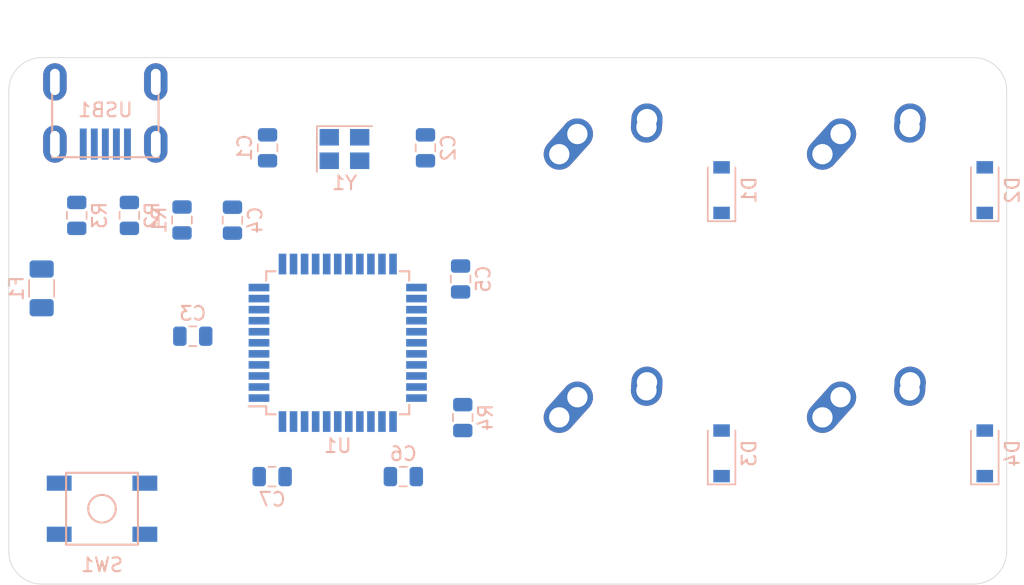
<source format=kicad_pcb>
(kicad_pcb (version 20171130) (host pcbnew "(5.1.4)-1")

  (general
    (thickness 1.6)
    (drawings 8)
    (tracks 0)
    (zones 0)
    (modules 24)
    (nets 49)
  )

  (page A4)
  (layers
    (0 F.Cu signal)
    (31 B.Cu signal)
    (32 B.Adhes user)
    (33 F.Adhes user)
    (34 B.Paste user)
    (35 F.Paste user)
    (36 B.SilkS user)
    (37 F.SilkS user)
    (38 B.Mask user)
    (39 F.Mask user)
    (40 Dwgs.User user)
    (41 Cmts.User user)
    (42 Eco1.User user)
    (43 Eco2.User user)
    (44 Edge.Cuts user)
    (45 Margin user)
    (46 B.CrtYd user)
    (47 F.CrtYd user)
    (48 B.Fab user)
    (49 F.Fab user)
  )

  (setup
    (last_trace_width 0.25)
    (trace_clearance 0.2)
    (zone_clearance 0.508)
    (zone_45_only no)
    (trace_min 0.2)
    (via_size 0.8)
    (via_drill 0.4)
    (via_min_size 0.4)
    (via_min_drill 0.3)
    (uvia_size 0.3)
    (uvia_drill 0.1)
    (uvias_allowed no)
    (uvia_min_size 0.2)
    (uvia_min_drill 0.1)
    (edge_width 0.05)
    (segment_width 0.2)
    (pcb_text_width 0.3)
    (pcb_text_size 1.5 1.5)
    (mod_edge_width 0.12)
    (mod_text_size 1 1)
    (mod_text_width 0.15)
    (pad_size 1.524 1.524)
    (pad_drill 0.762)
    (pad_to_mask_clearance 0.051)
    (solder_mask_min_width 0.25)
    (aux_axis_origin 0 0)
    (visible_elements FFFFFF7F)
    (pcbplotparams
      (layerselection 0x010fc_ffffffff)
      (usegerberextensions false)
      (usegerberattributes false)
      (usegerberadvancedattributes false)
      (creategerberjobfile false)
      (excludeedgelayer true)
      (linewidth 0.100000)
      (plotframeref false)
      (viasonmask false)
      (mode 1)
      (useauxorigin false)
      (hpglpennumber 1)
      (hpglpenspeed 20)
      (hpglpendiameter 15.000000)
      (psnegative false)
      (psa4output false)
      (plotreference true)
      (plotvalue true)
      (plotinvisibletext false)
      (padsonsilk false)
      (subtractmaskfromsilk false)
      (outputformat 1)
      (mirror false)
      (drillshape 1)
      (scaleselection 1)
      (outputdirectory ""))
  )

  (net 0 "")
  (net 1 GND)
  (net 2 "Net-(C1-Pad1)")
  (net 3 "Net-(C2-Pad1)")
  (net 4 "Net-(C3-Pad1)")
  (net 5 +5V)
  (net 6 "Net-(D1-Pad2)")
  (net 7 ROW0)
  (net 8 "Net-(D2-Pad2)")
  (net 9 "Net-(D3-Pad2)")
  (net 10 ROW1)
  (net 11 "Net-(D4-Pad2)")
  (net 12 VCC)
  (net 13 COL0)
  (net 14 COL1)
  (net 15 "Net-(R1-Pad1)")
  (net 16 D+)
  (net 17 "Net-(R2-Pad1)")
  (net 18 D-)
  (net 19 "Net-(R3-Pad1)")
  (net 20 "Net-(R4-Pad2)")
  (net 21 "Net-(U1-Pad42)")
  (net 22 "Net-(U1-Pad41)")
  (net 23 "Net-(U1-Pad40)")
  (net 24 "Net-(U1-Pad39)")
  (net 25 "Net-(U1-Pad38)")
  (net 26 "Net-(U1-Pad37)")
  (net 27 "Net-(U1-Pad36)")
  (net 28 "Net-(U1-Pad32)")
  (net 29 "Net-(U1-Pad31)")
  (net 30 "Net-(U1-Pad30)")
  (net 31 "Net-(U1-Pad29)")
  (net 32 "Net-(U1-Pad28)")
  (net 33 "Net-(U1-Pad27)")
  (net 34 "Net-(U1-Pad26)")
  (net 35 "Net-(U1-Pad25)")
  (net 36 "Net-(U1-Pad22)")
  (net 37 "Net-(U1-Pad21)")
  (net 38 "Net-(U1-Pad20)")
  (net 39 "Net-(U1-Pad19)")
  (net 40 "Net-(U1-Pad18)")
  (net 41 "Net-(U1-Pad12)")
  (net 42 "Net-(U1-Pad11)")
  (net 43 "Net-(U1-Pad10)")
  (net 44 "Net-(U1-Pad9)")
  (net 45 "Net-(U1-Pad8)")
  (net 46 "Net-(U1-Pad1)")
  (net 47 "Net-(USB1-Pad6)")
  (net 48 "Net-(USB1-Pad2)")

  (net_class Default "This is the default net class."
    (clearance 0.2)
    (trace_width 0.25)
    (via_dia 0.8)
    (via_drill 0.4)
    (uvia_dia 0.3)
    (uvia_drill 0.1)
    (add_net +5V)
    (add_net COL0)
    (add_net COL1)
    (add_net D+)
    (add_net D-)
    (add_net GND)
    (add_net "Net-(C1-Pad1)")
    (add_net "Net-(C2-Pad1)")
    (add_net "Net-(C3-Pad1)")
    (add_net "Net-(D1-Pad2)")
    (add_net "Net-(D2-Pad2)")
    (add_net "Net-(D3-Pad2)")
    (add_net "Net-(D4-Pad2)")
    (add_net "Net-(R1-Pad1)")
    (add_net "Net-(R2-Pad1)")
    (add_net "Net-(R3-Pad1)")
    (add_net "Net-(R4-Pad2)")
    (add_net "Net-(U1-Pad1)")
    (add_net "Net-(U1-Pad10)")
    (add_net "Net-(U1-Pad11)")
    (add_net "Net-(U1-Pad12)")
    (add_net "Net-(U1-Pad18)")
    (add_net "Net-(U1-Pad19)")
    (add_net "Net-(U1-Pad20)")
    (add_net "Net-(U1-Pad21)")
    (add_net "Net-(U1-Pad22)")
    (add_net "Net-(U1-Pad25)")
    (add_net "Net-(U1-Pad26)")
    (add_net "Net-(U1-Pad27)")
    (add_net "Net-(U1-Pad28)")
    (add_net "Net-(U1-Pad29)")
    (add_net "Net-(U1-Pad30)")
    (add_net "Net-(U1-Pad31)")
    (add_net "Net-(U1-Pad32)")
    (add_net "Net-(U1-Pad36)")
    (add_net "Net-(U1-Pad37)")
    (add_net "Net-(U1-Pad38)")
    (add_net "Net-(U1-Pad39)")
    (add_net "Net-(U1-Pad40)")
    (add_net "Net-(U1-Pad41)")
    (add_net "Net-(U1-Pad42)")
    (add_net "Net-(U1-Pad8)")
    (add_net "Net-(U1-Pad9)")
    (add_net "Net-(USB1-Pad2)")
    (add_net "Net-(USB1-Pad6)")
    (add_net ROW0)
    (add_net ROW1)
    (add_net VCC)
  )

  (module Crystal:Crystal_SMD_3225-4Pin_3.2x2.5mm (layer B.Cu) (tedit 5A0FD1B2) (tstamp 6019CF9E)
    (at 53.66875 30.42375)
    (descr "SMD Crystal SERIES SMD3225/4 http://www.txccrystal.com/images/pdf/7m-accuracy.pdf, 3.2x2.5mm^2 package")
    (tags "SMD SMT crystal")
    (path /601BBA83)
    (attr smd)
    (fp_text reference Y1 (at 0 2.45) (layer B.SilkS)
      (effects (font (size 1 1) (thickness 0.15)) (justify mirror))
    )
    (fp_text value 16MHz (at 0 -2.45) (layer B.Fab)
      (effects (font (size 1 1) (thickness 0.15)) (justify mirror))
    )
    (fp_line (start 2.1 1.7) (end -2.1 1.7) (layer B.CrtYd) (width 0.05))
    (fp_line (start 2.1 -1.7) (end 2.1 1.7) (layer B.CrtYd) (width 0.05))
    (fp_line (start -2.1 -1.7) (end 2.1 -1.7) (layer B.CrtYd) (width 0.05))
    (fp_line (start -2.1 1.7) (end -2.1 -1.7) (layer B.CrtYd) (width 0.05))
    (fp_line (start -2 -1.65) (end 2 -1.65) (layer B.SilkS) (width 0.12))
    (fp_line (start -2 1.65) (end -2 -1.65) (layer B.SilkS) (width 0.12))
    (fp_line (start -1.6 -0.25) (end -0.6 -1.25) (layer B.Fab) (width 0.1))
    (fp_line (start 1.6 1.25) (end -1.6 1.25) (layer B.Fab) (width 0.1))
    (fp_line (start 1.6 -1.25) (end 1.6 1.25) (layer B.Fab) (width 0.1))
    (fp_line (start -1.6 -1.25) (end 1.6 -1.25) (layer B.Fab) (width 0.1))
    (fp_line (start -1.6 1.25) (end -1.6 -1.25) (layer B.Fab) (width 0.1))
    (fp_text user %R (at 0 0) (layer B.Fab)
      (effects (font (size 0.7 0.7) (thickness 0.105)) (justify mirror))
    )
    (pad 4 smd rect (at -1.1 0.85) (size 1.4 1.2) (layers B.Cu B.Paste B.Mask)
      (net 1 GND))
    (pad 3 smd rect (at 1.1 0.85) (size 1.4 1.2) (layers B.Cu B.Paste B.Mask)
      (net 3 "Net-(C2-Pad1)"))
    (pad 2 smd rect (at 1.1 -0.85) (size 1.4 1.2) (layers B.Cu B.Paste B.Mask)
      (net 1 GND))
    (pad 1 smd rect (at -1.1 -0.85) (size 1.4 1.2) (layers B.Cu B.Paste B.Mask)
      (net 2 "Net-(C1-Pad1)"))
    (model ${KISYS3DMOD}/Crystal.3dshapes/Crystal_SMD_3225-4Pin_3.2x2.5mm.wrl
      (at (xyz 0 0 0))
      (scale (xyz 1 1 1))
      (rotate (xyz 0 0 0))
    )
  )

  (module random-keyboard-parts:Molex-0548190589 (layer B.Cu) (tedit 5C494815) (tstamp 6019C8AB)
    (at 36.36 25.566172 270)
    (path /601927A4)
    (attr smd)
    (fp_text reference USB1 (at 2.032 0 180) (layer B.SilkS)
      (effects (font (size 1 1) (thickness 0.15)) (justify mirror))
    )
    (fp_text value Molex-0548190589 (at -5.08 0 180) (layer Dwgs.User)
      (effects (font (size 1 1) (thickness 0.15)))
    )
    (fp_text user %R (at 2 0 180) (layer B.CrtYd)
      (effects (font (size 1 1) (thickness 0.15)) (justify mirror))
    )
    (fp_line (start 3.25 1.25) (end 5.5 1.25) (layer B.CrtYd) (width 0.15))
    (fp_line (start 5.5 0.5) (end 3.25 0.5) (layer B.CrtYd) (width 0.15))
    (fp_line (start 3.25 -0.5) (end 5.5 -0.5) (layer B.CrtYd) (width 0.15))
    (fp_line (start 5.5 -1.25) (end 3.25 -1.25) (layer B.CrtYd) (width 0.15))
    (fp_line (start 3.25 -2) (end 5.5 -2) (layer B.CrtYd) (width 0.15))
    (fp_line (start 3.25 2) (end 3.25 -2) (layer B.CrtYd) (width 0.15))
    (fp_line (start 5.5 2) (end 3.25 2) (layer B.CrtYd) (width 0.15))
    (fp_line (start -3.75 -3.75) (end -3.75 3.75) (layer B.CrtYd) (width 0.15))
    (fp_line (start 5.5 -3.75) (end -3.75 -3.75) (layer B.CrtYd) (width 0.15))
    (fp_line (start 5.5 3.75) (end 5.5 -3.75) (layer B.CrtYd) (width 0.15))
    (fp_line (start -3.75 3.75) (end 5.5 3.75) (layer B.CrtYd) (width 0.15))
    (fp_line (start 0 3.85) (end 5.45 3.85) (layer B.SilkS) (width 0.15))
    (fp_line (start 0 -3.85) (end 5.45 -3.85) (layer B.SilkS) (width 0.15))
    (fp_line (start 5.45 3.85) (end 5.45 -3.85) (layer B.SilkS) (width 0.15))
    (fp_line (start -3.75 3.85) (end 0 3.85) (layer Dwgs.User) (width 0.15))
    (fp_line (start -3.75 -3.85) (end 0 -3.85) (layer Dwgs.User) (width 0.15))
    (fp_line (start -1.75 4.572) (end -1.75 -4.572) (layer Dwgs.User) (width 0.15))
    (fp_line (start -3.75 3.85) (end -3.75 -3.85) (layer Dwgs.User) (width 0.15))
    (pad 6 thru_hole oval (at 0 3.65 270) (size 2.7 1.7) (drill oval 1.9 0.7) (layers *.Cu *.Mask)
      (net 47 "Net-(USB1-Pad6)"))
    (pad 6 thru_hole oval (at 0 -3.65 270) (size 2.7 1.7) (drill oval 1.9 0.7) (layers *.Cu *.Mask)
      (net 47 "Net-(USB1-Pad6)"))
    (pad 6 thru_hole oval (at 4.5 -3.65 270) (size 2.7 1.7) (drill oval 1.9 0.7) (layers *.Cu *.Mask)
      (net 47 "Net-(USB1-Pad6)"))
    (pad 6 thru_hole oval (at 4.5 3.65 270) (size 2.7 1.7) (drill oval 1.9 0.7) (layers *.Cu *.Mask)
      (net 47 "Net-(USB1-Pad6)"))
    (pad 5 smd rect (at 4.5 1.6 270) (size 2.25 0.5) (layers B.Cu B.Paste B.Mask)
      (net 12 VCC))
    (pad 4 smd rect (at 4.5 0.8 270) (size 2.25 0.5) (layers B.Cu B.Paste B.Mask)
      (net 18 D-))
    (pad 3 smd rect (at 4.5 0 270) (size 2.25 0.5) (layers B.Cu B.Paste B.Mask)
      (net 16 D+))
    (pad 2 smd rect (at 4.5 -0.8 270) (size 2.25 0.5) (layers B.Cu B.Paste B.Mask)
      (net 48 "Net-(USB1-Pad2)"))
    (pad 1 smd rect (at 4.5 -1.6 270) (size 2.25 0.5) (layers B.Cu B.Paste B.Mask)
      (net 1 GND))
  )

  (module Package_QFP:TQFP-44_10x10mm_P0.8mm (layer B.Cu) (tedit 5A02F146) (tstamp 6019C88B)
    (at 53.18125 44.45)
    (descr "44-Lead Plastic Thin Quad Flatpack (PT) - 10x10x1.0 mm Body [TQFP] (see Microchip Packaging Specification 00000049BS.pdf)")
    (tags "QFP 0.8")
    (path /60188987)
    (attr smd)
    (fp_text reference U1 (at 0 7.45) (layer B.SilkS)
      (effects (font (size 1 1) (thickness 0.15)) (justify mirror))
    )
    (fp_text value ATmega32U4-AU (at 0 -7.45) (layer B.Fab)
      (effects (font (size 1 1) (thickness 0.15)) (justify mirror))
    )
    (fp_line (start -5.175 4.6) (end -6.45 4.6) (layer B.SilkS) (width 0.15))
    (fp_line (start 5.175 5.175) (end 4.5 5.175) (layer B.SilkS) (width 0.15))
    (fp_line (start 5.175 -5.175) (end 4.5 -5.175) (layer B.SilkS) (width 0.15))
    (fp_line (start -5.175 -5.175) (end -4.5 -5.175) (layer B.SilkS) (width 0.15))
    (fp_line (start -5.175 5.175) (end -4.5 5.175) (layer B.SilkS) (width 0.15))
    (fp_line (start -5.175 -5.175) (end -5.175 -4.5) (layer B.SilkS) (width 0.15))
    (fp_line (start 5.175 -5.175) (end 5.175 -4.5) (layer B.SilkS) (width 0.15))
    (fp_line (start 5.175 5.175) (end 5.175 4.5) (layer B.SilkS) (width 0.15))
    (fp_line (start -5.175 5.175) (end -5.175 4.6) (layer B.SilkS) (width 0.15))
    (fp_line (start -6.7 -6.7) (end 6.7 -6.7) (layer B.CrtYd) (width 0.05))
    (fp_line (start -6.7 6.7) (end 6.7 6.7) (layer B.CrtYd) (width 0.05))
    (fp_line (start 6.7 6.7) (end 6.7 -6.7) (layer B.CrtYd) (width 0.05))
    (fp_line (start -6.7 6.7) (end -6.7 -6.7) (layer B.CrtYd) (width 0.05))
    (fp_line (start -5 4) (end -4 5) (layer B.Fab) (width 0.15))
    (fp_line (start -5 -5) (end -5 4) (layer B.Fab) (width 0.15))
    (fp_line (start 5 -5) (end -5 -5) (layer B.Fab) (width 0.15))
    (fp_line (start 5 5) (end 5 -5) (layer B.Fab) (width 0.15))
    (fp_line (start -4 5) (end 5 5) (layer B.Fab) (width 0.15))
    (fp_text user %R (at 0 0) (layer B.Fab)
      (effects (font (size 1 1) (thickness 0.15)) (justify mirror))
    )
    (pad 44 smd rect (at -4 5.7 270) (size 1.5 0.55) (layers B.Cu B.Paste B.Mask)
      (net 5 +5V))
    (pad 43 smd rect (at -3.2 5.7 270) (size 1.5 0.55) (layers B.Cu B.Paste B.Mask)
      (net 1 GND))
    (pad 42 smd rect (at -2.4 5.7 270) (size 1.5 0.55) (layers B.Cu B.Paste B.Mask)
      (net 21 "Net-(U1-Pad42)"))
    (pad 41 smd rect (at -1.6 5.7 270) (size 1.5 0.55) (layers B.Cu B.Paste B.Mask)
      (net 22 "Net-(U1-Pad41)"))
    (pad 40 smd rect (at -0.8 5.7 270) (size 1.5 0.55) (layers B.Cu B.Paste B.Mask)
      (net 23 "Net-(U1-Pad40)"))
    (pad 39 smd rect (at 0 5.7 270) (size 1.5 0.55) (layers B.Cu B.Paste B.Mask)
      (net 24 "Net-(U1-Pad39)"))
    (pad 38 smd rect (at 0.8 5.7 270) (size 1.5 0.55) (layers B.Cu B.Paste B.Mask)
      (net 25 "Net-(U1-Pad38)"))
    (pad 37 smd rect (at 1.6 5.7 270) (size 1.5 0.55) (layers B.Cu B.Paste B.Mask)
      (net 26 "Net-(U1-Pad37)"))
    (pad 36 smd rect (at 2.4 5.7 270) (size 1.5 0.55) (layers B.Cu B.Paste B.Mask)
      (net 27 "Net-(U1-Pad36)"))
    (pad 35 smd rect (at 3.2 5.7 270) (size 1.5 0.55) (layers B.Cu B.Paste B.Mask)
      (net 1 GND))
    (pad 34 smd rect (at 4 5.7 270) (size 1.5 0.55) (layers B.Cu B.Paste B.Mask)
      (net 5 +5V))
    (pad 33 smd rect (at 5.7 4) (size 1.5 0.55) (layers B.Cu B.Paste B.Mask)
      (net 20 "Net-(R4-Pad2)"))
    (pad 32 smd rect (at 5.7 3.2) (size 1.5 0.55) (layers B.Cu B.Paste B.Mask)
      (net 28 "Net-(U1-Pad32)"))
    (pad 31 smd rect (at 5.7 2.4) (size 1.5 0.55) (layers B.Cu B.Paste B.Mask)
      (net 29 "Net-(U1-Pad31)"))
    (pad 30 smd rect (at 5.7 1.6) (size 1.5 0.55) (layers B.Cu B.Paste B.Mask)
      (net 30 "Net-(U1-Pad30)"))
    (pad 29 smd rect (at 5.7 0.8) (size 1.5 0.55) (layers B.Cu B.Paste B.Mask)
      (net 31 "Net-(U1-Pad29)"))
    (pad 28 smd rect (at 5.7 0) (size 1.5 0.55) (layers B.Cu B.Paste B.Mask)
      (net 32 "Net-(U1-Pad28)"))
    (pad 27 smd rect (at 5.7 -0.8) (size 1.5 0.55) (layers B.Cu B.Paste B.Mask)
      (net 33 "Net-(U1-Pad27)"))
    (pad 26 smd rect (at 5.7 -1.6) (size 1.5 0.55) (layers B.Cu B.Paste B.Mask)
      (net 34 "Net-(U1-Pad26)"))
    (pad 25 smd rect (at 5.7 -2.4) (size 1.5 0.55) (layers B.Cu B.Paste B.Mask)
      (net 35 "Net-(U1-Pad25)"))
    (pad 24 smd rect (at 5.7 -3.2) (size 1.5 0.55) (layers B.Cu B.Paste B.Mask)
      (net 5 +5V))
    (pad 23 smd rect (at 5.7 -4) (size 1.5 0.55) (layers B.Cu B.Paste B.Mask)
      (net 1 GND))
    (pad 22 smd rect (at 4 -5.7 270) (size 1.5 0.55) (layers B.Cu B.Paste B.Mask)
      (net 36 "Net-(U1-Pad22)"))
    (pad 21 smd rect (at 3.2 -5.7 270) (size 1.5 0.55) (layers B.Cu B.Paste B.Mask)
      (net 37 "Net-(U1-Pad21)"))
    (pad 20 smd rect (at 2.4 -5.7 270) (size 1.5 0.55) (layers B.Cu B.Paste B.Mask)
      (net 38 "Net-(U1-Pad20)"))
    (pad 19 smd rect (at 1.6 -5.7 270) (size 1.5 0.55) (layers B.Cu B.Paste B.Mask)
      (net 39 "Net-(U1-Pad19)"))
    (pad 18 smd rect (at 0.8 -5.7 270) (size 1.5 0.55) (layers B.Cu B.Paste B.Mask)
      (net 40 "Net-(U1-Pad18)"))
    (pad 17 smd rect (at 0 -5.7 270) (size 1.5 0.55) (layers B.Cu B.Paste B.Mask)
      (net 2 "Net-(C1-Pad1)"))
    (pad 16 smd rect (at -0.8 -5.7 270) (size 1.5 0.55) (layers B.Cu B.Paste B.Mask)
      (net 3 "Net-(C2-Pad1)"))
    (pad 15 smd rect (at -1.6 -5.7 270) (size 1.5 0.55) (layers B.Cu B.Paste B.Mask)
      (net 1 GND))
    (pad 14 smd rect (at -2.4 -5.7 270) (size 1.5 0.55) (layers B.Cu B.Paste B.Mask)
      (net 5 +5V))
    (pad 13 smd rect (at -3.2 -5.7 270) (size 1.5 0.55) (layers B.Cu B.Paste B.Mask)
      (net 15 "Net-(R1-Pad1)"))
    (pad 12 smd rect (at -4 -5.7 270) (size 1.5 0.55) (layers B.Cu B.Paste B.Mask)
      (net 41 "Net-(U1-Pad12)"))
    (pad 11 smd rect (at -5.7 -4) (size 1.5 0.55) (layers B.Cu B.Paste B.Mask)
      (net 42 "Net-(U1-Pad11)"))
    (pad 10 smd rect (at -5.7 -3.2) (size 1.5 0.55) (layers B.Cu B.Paste B.Mask)
      (net 43 "Net-(U1-Pad10)"))
    (pad 9 smd rect (at -5.7 -2.4) (size 1.5 0.55) (layers B.Cu B.Paste B.Mask)
      (net 44 "Net-(U1-Pad9)"))
    (pad 8 smd rect (at -5.7 -1.6) (size 1.5 0.55) (layers B.Cu B.Paste B.Mask)
      (net 45 "Net-(U1-Pad8)"))
    (pad 7 smd rect (at -5.7 -0.8) (size 1.5 0.55) (layers B.Cu B.Paste B.Mask)
      (net 5 +5V))
    (pad 6 smd rect (at -5.7 0) (size 1.5 0.55) (layers B.Cu B.Paste B.Mask)
      (net 4 "Net-(C3-Pad1)"))
    (pad 5 smd rect (at -5.7 0.8) (size 1.5 0.55) (layers B.Cu B.Paste B.Mask)
      (net 1 GND))
    (pad 4 smd rect (at -5.7 1.6) (size 1.5 0.55) (layers B.Cu B.Paste B.Mask)
      (net 17 "Net-(R2-Pad1)"))
    (pad 3 smd rect (at -5.7 2.4) (size 1.5 0.55) (layers B.Cu B.Paste B.Mask)
      (net 19 "Net-(R3-Pad1)"))
    (pad 2 smd rect (at -5.7 3.2) (size 1.5 0.55) (layers B.Cu B.Paste B.Mask)
      (net 5 +5V))
    (pad 1 smd rect (at -5.7 4) (size 1.5 0.55) (layers B.Cu B.Paste B.Mask)
      (net 46 "Net-(U1-Pad1)"))
    (model ${KISYS3DMOD}/Package_QFP.3dshapes/TQFP-44_10x10mm_P0.8mm.wrl
      (at (xyz 0 0 0))
      (scale (xyz 1 1 1))
      (rotate (xyz 0 0 0))
    )
  )

  (module random-keyboard-parts:SKQG-1155865 (layer B.Cu) (tedit 5E62B398) (tstamp 6019C848)
    (at 36.12 56.46 180)
    (path /601C814E)
    (attr smd)
    (fp_text reference SW1 (at 0 -4.064) (layer B.SilkS)
      (effects (font (size 1 1) (thickness 0.15)) (justify mirror))
    )
    (fp_text value SW_Push (at 0 4.064) (layer B.Fab)
      (effects (font (size 1 1) (thickness 0.15)) (justify mirror))
    )
    (fp_line (start -2.6 2.6) (end 2.6 2.6) (layer B.SilkS) (width 0.15))
    (fp_line (start 2.6 2.6) (end 2.6 -2.6) (layer B.SilkS) (width 0.15))
    (fp_line (start 2.6 -2.6) (end -2.6 -2.6) (layer B.SilkS) (width 0.15))
    (fp_line (start -2.6 -2.6) (end -2.6 2.6) (layer B.SilkS) (width 0.15))
    (fp_circle (center 0 0) (end 1 0) (layer B.SilkS) (width 0.15))
    (fp_line (start -4.2 2.6) (end 4.2 2.6) (layer B.Fab) (width 0.15))
    (fp_line (start 4.2 2.6) (end 4.2 1.2) (layer B.Fab) (width 0.15))
    (fp_line (start 4.2 1.1) (end 2.6 1.1) (layer B.Fab) (width 0.15))
    (fp_line (start 2.6 1.1) (end 2.6 -1.1) (layer B.Fab) (width 0.15))
    (fp_line (start 2.6 -1.1) (end 4.2 -1.1) (layer B.Fab) (width 0.15))
    (fp_line (start 4.2 -1.1) (end 4.2 -2.6) (layer B.Fab) (width 0.15))
    (fp_line (start 4.2 -2.6) (end -4.2 -2.6) (layer B.Fab) (width 0.15))
    (fp_line (start -4.2 -2.6) (end -4.2 -1.1) (layer B.Fab) (width 0.15))
    (fp_line (start -4.2 -1.1) (end -2.6 -1.1) (layer B.Fab) (width 0.15))
    (fp_line (start -2.6 -1.1) (end -2.6 1.1) (layer B.Fab) (width 0.15))
    (fp_line (start -2.6 1.1) (end -4.2 1.1) (layer B.Fab) (width 0.15))
    (fp_line (start -4.2 1.1) (end -4.2 2.6) (layer B.Fab) (width 0.15))
    (fp_circle (center 0 0) (end 1 0) (layer B.Fab) (width 0.15))
    (fp_line (start -2.6 1.1) (end -1.1 2.6) (layer B.Fab) (width 0.15))
    (fp_line (start 2.6 1.1) (end 1.1 2.6) (layer B.Fab) (width 0.15))
    (fp_line (start 2.6 -1.1) (end 1.1 -2.6) (layer B.Fab) (width 0.15))
    (fp_line (start -2.6 -1.1) (end -1.1 -2.6) (layer B.Fab) (width 0.15))
    (pad 4 smd rect (at -3.1 -1.85 180) (size 1.8 1.1) (layers B.Cu B.Paste B.Mask))
    (pad 3 smd rect (at 3.1 1.85 180) (size 1.8 1.1) (layers B.Cu B.Paste B.Mask))
    (pad 2 smd rect (at -3.1 1.85 180) (size 1.8 1.1) (layers B.Cu B.Paste B.Mask)
      (net 15 "Net-(R1-Pad1)"))
    (pad 1 smd rect (at 3.1 -1.85 180) (size 1.8 1.1) (layers B.Cu B.Paste B.Mask)
      (net 1 GND))
    (model ${KISYS3DMOD}/Button_Switch_SMD.3dshapes/SW_SPST_TL3342.step
      (at (xyz 0 0 0))
      (scale (xyz 1 1 1))
      (rotate (xyz 0 0 0))
    )
  )

  (module Resistor_SMD:R_0805_2012Metric (layer B.Cu) (tedit 5B36C52B) (tstamp 6019C82A)
    (at 62.23 49.8625 90)
    (descr "Resistor SMD 0805 (2012 Metric), square (rectangular) end terminal, IPC_7351 nominal, (Body size source: https://docs.google.com/spreadsheets/d/1BsfQQcO9C6DZCsRaXUlFlo91Tg2WpOkGARC1WS5S8t0/edit?usp=sharing), generated with kicad-footprint-generator")
    (tags resistor)
    (path /601A1BF1)
    (attr smd)
    (fp_text reference R4 (at 0 1.65 -90) (layer B.SilkS)
      (effects (font (size 1 1) (thickness 0.15)) (justify mirror))
    )
    (fp_text value 10k (at 0 -1.65 -90) (layer B.Fab)
      (effects (font (size 1 1) (thickness 0.15)) (justify mirror))
    )
    (fp_text user %R (at 0 0 -90) (layer B.Fab)
      (effects (font (size 0.5 0.5) (thickness 0.08)) (justify mirror))
    )
    (fp_line (start 1.68 -0.95) (end -1.68 -0.95) (layer B.CrtYd) (width 0.05))
    (fp_line (start 1.68 0.95) (end 1.68 -0.95) (layer B.CrtYd) (width 0.05))
    (fp_line (start -1.68 0.95) (end 1.68 0.95) (layer B.CrtYd) (width 0.05))
    (fp_line (start -1.68 -0.95) (end -1.68 0.95) (layer B.CrtYd) (width 0.05))
    (fp_line (start -0.258578 -0.71) (end 0.258578 -0.71) (layer B.SilkS) (width 0.12))
    (fp_line (start -0.258578 0.71) (end 0.258578 0.71) (layer B.SilkS) (width 0.12))
    (fp_line (start 1 -0.6) (end -1 -0.6) (layer B.Fab) (width 0.1))
    (fp_line (start 1 0.6) (end 1 -0.6) (layer B.Fab) (width 0.1))
    (fp_line (start -1 0.6) (end 1 0.6) (layer B.Fab) (width 0.1))
    (fp_line (start -1 -0.6) (end -1 0.6) (layer B.Fab) (width 0.1))
    (pad 2 smd roundrect (at 0.9375 0 90) (size 0.975 1.4) (layers B.Cu B.Paste B.Mask) (roundrect_rratio 0.25)
      (net 20 "Net-(R4-Pad2)"))
    (pad 1 smd roundrect (at -0.9375 0 90) (size 0.975 1.4) (layers B.Cu B.Paste B.Mask) (roundrect_rratio 0.25)
      (net 1 GND))
    (model ${KISYS3DMOD}/Resistor_SMD.3dshapes/R_0805_2012Metric.wrl
      (at (xyz 0 0 0))
      (scale (xyz 1 1 1))
      (rotate (xyz 0 0 0))
    )
  )

  (module Resistor_SMD:R_0805_2012Metric (layer B.Cu) (tedit 5B36C52B) (tstamp 6019C819)
    (at 34.29 35.2275 90)
    (descr "Resistor SMD 0805 (2012 Metric), square (rectangular) end terminal, IPC_7351 nominal, (Body size source: https://docs.google.com/spreadsheets/d/1BsfQQcO9C6DZCsRaXUlFlo91Tg2WpOkGARC1WS5S8t0/edit?usp=sharing), generated with kicad-footprint-generator")
    (tags resistor)
    (path /601A927F)
    (attr smd)
    (fp_text reference R3 (at 0 1.65 90) (layer B.SilkS)
      (effects (font (size 1 1) (thickness 0.15)) (justify mirror))
    )
    (fp_text value 22 (at 0 -1.65 90) (layer B.Fab)
      (effects (font (size 1 1) (thickness 0.15)) (justify mirror))
    )
    (fp_text user %R (at 0 0 90) (layer B.Fab)
      (effects (font (size 0.5 0.5) (thickness 0.08)) (justify mirror))
    )
    (fp_line (start 1.68 -0.95) (end -1.68 -0.95) (layer B.CrtYd) (width 0.05))
    (fp_line (start 1.68 0.95) (end 1.68 -0.95) (layer B.CrtYd) (width 0.05))
    (fp_line (start -1.68 0.95) (end 1.68 0.95) (layer B.CrtYd) (width 0.05))
    (fp_line (start -1.68 -0.95) (end -1.68 0.95) (layer B.CrtYd) (width 0.05))
    (fp_line (start -0.258578 -0.71) (end 0.258578 -0.71) (layer B.SilkS) (width 0.12))
    (fp_line (start -0.258578 0.71) (end 0.258578 0.71) (layer B.SilkS) (width 0.12))
    (fp_line (start 1 -0.6) (end -1 -0.6) (layer B.Fab) (width 0.1))
    (fp_line (start 1 0.6) (end 1 -0.6) (layer B.Fab) (width 0.1))
    (fp_line (start -1 0.6) (end 1 0.6) (layer B.Fab) (width 0.1))
    (fp_line (start -1 -0.6) (end -1 0.6) (layer B.Fab) (width 0.1))
    (pad 2 smd roundrect (at 0.9375 0 90) (size 0.975 1.4) (layers B.Cu B.Paste B.Mask) (roundrect_rratio 0.25)
      (net 18 D-))
    (pad 1 smd roundrect (at -0.9375 0 90) (size 0.975 1.4) (layers B.Cu B.Paste B.Mask) (roundrect_rratio 0.25)
      (net 19 "Net-(R3-Pad1)"))
    (model ${KISYS3DMOD}/Resistor_SMD.3dshapes/R_0805_2012Metric.wrl
      (at (xyz 0 0 0))
      (scale (xyz 1 1 1))
      (rotate (xyz 0 0 0))
    )
  )

  (module Resistor_SMD:R_0805_2012Metric (layer B.Cu) (tedit 5B36C52B) (tstamp 6019C808)
    (at 38.1 35.2275 90)
    (descr "Resistor SMD 0805 (2012 Metric), square (rectangular) end terminal, IPC_7351 nominal, (Body size source: https://docs.google.com/spreadsheets/d/1BsfQQcO9C6DZCsRaXUlFlo91Tg2WpOkGARC1WS5S8t0/edit?usp=sharing), generated with kicad-footprint-generator")
    (tags resistor)
    (path /601A7E2F)
    (attr smd)
    (fp_text reference R2 (at 0 1.65 90) (layer B.SilkS)
      (effects (font (size 1 1) (thickness 0.15)) (justify mirror))
    )
    (fp_text value 22 (at 0 -1.65 90) (layer B.Fab)
      (effects (font (size 1 1) (thickness 0.15)) (justify mirror))
    )
    (fp_text user %R (at 0 0 90) (layer B.Fab)
      (effects (font (size 0.5 0.5) (thickness 0.08)) (justify mirror))
    )
    (fp_line (start 1.68 -0.95) (end -1.68 -0.95) (layer B.CrtYd) (width 0.05))
    (fp_line (start 1.68 0.95) (end 1.68 -0.95) (layer B.CrtYd) (width 0.05))
    (fp_line (start -1.68 0.95) (end 1.68 0.95) (layer B.CrtYd) (width 0.05))
    (fp_line (start -1.68 -0.95) (end -1.68 0.95) (layer B.CrtYd) (width 0.05))
    (fp_line (start -0.258578 -0.71) (end 0.258578 -0.71) (layer B.SilkS) (width 0.12))
    (fp_line (start -0.258578 0.71) (end 0.258578 0.71) (layer B.SilkS) (width 0.12))
    (fp_line (start 1 -0.6) (end -1 -0.6) (layer B.Fab) (width 0.1))
    (fp_line (start 1 0.6) (end 1 -0.6) (layer B.Fab) (width 0.1))
    (fp_line (start -1 0.6) (end 1 0.6) (layer B.Fab) (width 0.1))
    (fp_line (start -1 -0.6) (end -1 0.6) (layer B.Fab) (width 0.1))
    (pad 2 smd roundrect (at 0.9375 0 90) (size 0.975 1.4) (layers B.Cu B.Paste B.Mask) (roundrect_rratio 0.25)
      (net 16 D+))
    (pad 1 smd roundrect (at -0.9375 0 90) (size 0.975 1.4) (layers B.Cu B.Paste B.Mask) (roundrect_rratio 0.25)
      (net 17 "Net-(R2-Pad1)"))
    (model ${KISYS3DMOD}/Resistor_SMD.3dshapes/R_0805_2012Metric.wrl
      (at (xyz 0 0 0))
      (scale (xyz 1 1 1))
      (rotate (xyz 0 0 0))
    )
  )

  (module Resistor_SMD:R_0805_2012Metric (layer B.Cu) (tedit 5B36C52B) (tstamp 6019C7F7)
    (at 41.91 35.56 270)
    (descr "Resistor SMD 0805 (2012 Metric), square (rectangular) end terminal, IPC_7351 nominal, (Body size source: https://docs.google.com/spreadsheets/d/1BsfQQcO9C6DZCsRaXUlFlo91Tg2WpOkGARC1WS5S8t0/edit?usp=sharing), generated with kicad-footprint-generator")
    (tags resistor)
    (path /601CB702)
    (attr smd)
    (fp_text reference R1 (at 0 1.65 90) (layer B.SilkS)
      (effects (font (size 1 1) (thickness 0.15)) (justify mirror))
    )
    (fp_text value 10k (at 0 -1.65 90) (layer B.Fab)
      (effects (font (size 1 1) (thickness 0.15)) (justify mirror))
    )
    (fp_text user %R (at 0 0 90) (layer B.Fab)
      (effects (font (size 0.5 0.5) (thickness 0.08)) (justify mirror))
    )
    (fp_line (start 1.68 -0.95) (end -1.68 -0.95) (layer B.CrtYd) (width 0.05))
    (fp_line (start 1.68 0.95) (end 1.68 -0.95) (layer B.CrtYd) (width 0.05))
    (fp_line (start -1.68 0.95) (end 1.68 0.95) (layer B.CrtYd) (width 0.05))
    (fp_line (start -1.68 -0.95) (end -1.68 0.95) (layer B.CrtYd) (width 0.05))
    (fp_line (start -0.258578 -0.71) (end 0.258578 -0.71) (layer B.SilkS) (width 0.12))
    (fp_line (start -0.258578 0.71) (end 0.258578 0.71) (layer B.SilkS) (width 0.12))
    (fp_line (start 1 -0.6) (end -1 -0.6) (layer B.Fab) (width 0.1))
    (fp_line (start 1 0.6) (end 1 -0.6) (layer B.Fab) (width 0.1))
    (fp_line (start -1 0.6) (end 1 0.6) (layer B.Fab) (width 0.1))
    (fp_line (start -1 -0.6) (end -1 0.6) (layer B.Fab) (width 0.1))
    (pad 2 smd roundrect (at 0.9375 0 270) (size 0.975 1.4) (layers B.Cu B.Paste B.Mask) (roundrect_rratio 0.25)
      (net 5 +5V))
    (pad 1 smd roundrect (at -0.9375 0 270) (size 0.975 1.4) (layers B.Cu B.Paste B.Mask) (roundrect_rratio 0.25)
      (net 15 "Net-(R1-Pad1)"))
    (model ${KISYS3DMOD}/Resistor_SMD.3dshapes/R_0805_2012Metric.wrl
      (at (xyz 0 0 0))
      (scale (xyz 1 1 1))
      (rotate (xyz 0 0 0))
    )
  )

  (module MX_Alps_Hybrid:MX-1U-NoLED (layer F.Cu) (tedit 5A9F5203) (tstamp 6019C7E6)
    (at 92.075 52.3875)
    (path /601A2B2D)
    (fp_text reference MX4 (at 0 3.175) (layer Dwgs.User)
      (effects (font (size 1 1) (thickness 0.15)))
    )
    (fp_text value MX-NoLED (at 0 -7.9375) (layer Dwgs.User)
      (effects (font (size 1 1) (thickness 0.15)))
    )
    (fp_line (start -9.525 9.525) (end -9.525 -9.525) (layer Dwgs.User) (width 0.15))
    (fp_line (start 9.525 9.525) (end -9.525 9.525) (layer Dwgs.User) (width 0.15))
    (fp_line (start 9.525 -9.525) (end 9.525 9.525) (layer Dwgs.User) (width 0.15))
    (fp_line (start -9.525 -9.525) (end 9.525 -9.525) (layer Dwgs.User) (width 0.15))
    (fp_line (start -7 -7) (end -7 -5) (layer Dwgs.User) (width 0.15))
    (fp_line (start -5 -7) (end -7 -7) (layer Dwgs.User) (width 0.15))
    (fp_line (start -7 7) (end -5 7) (layer Dwgs.User) (width 0.15))
    (fp_line (start -7 5) (end -7 7) (layer Dwgs.User) (width 0.15))
    (fp_line (start 7 7) (end 7 5) (layer Dwgs.User) (width 0.15))
    (fp_line (start 5 7) (end 7 7) (layer Dwgs.User) (width 0.15))
    (fp_line (start 7 -7) (end 7 -5) (layer Dwgs.User) (width 0.15))
    (fp_line (start 5 -7) (end 7 -7) (layer Dwgs.User) (width 0.15))
    (pad "" np_thru_hole circle (at 5.08 0 48.0996) (size 1.75 1.75) (drill 1.75) (layers *.Cu *.Mask))
    (pad "" np_thru_hole circle (at -5.08 0 48.0996) (size 1.75 1.75) (drill 1.75) (layers *.Cu *.Mask))
    (pad 1 thru_hole circle (at -2.5 -4) (size 2.25 2.25) (drill 1.47) (layers *.Cu B.Mask)
      (net 14 COL1))
    (pad "" np_thru_hole circle (at 0 0) (size 3.9878 3.9878) (drill 3.9878) (layers *.Cu *.Mask))
    (pad 1 thru_hole oval (at -3.81 -2.54 48.0996) (size 4.211556 2.25) (drill 1.47 (offset 0.980778 0)) (layers *.Cu B.Mask)
      (net 14 COL1))
    (pad 2 thru_hole circle (at 2.54 -5.08) (size 2.25 2.25) (drill 1.47) (layers *.Cu B.Mask)
      (net 11 "Net-(D4-Pad2)"))
    (pad 2 thru_hole oval (at 2.5 -4.5 86.0548) (size 2.831378 2.25) (drill 1.47 (offset 0.290689 0)) (layers *.Cu B.Mask)
      (net 11 "Net-(D4-Pad2)"))
  )

  (module MX_Alps_Hybrid:MX-1U-NoLED (layer F.Cu) (tedit 5A9F5203) (tstamp 6019C7CF)
    (at 73.025 52.3875)
    (path /601A1B0A)
    (fp_text reference MX3 (at 0 3.175) (layer Dwgs.User)
      (effects (font (size 1 1) (thickness 0.15)))
    )
    (fp_text value MX-NoLED (at 0 -7.9375) (layer Dwgs.User)
      (effects (font (size 1 1) (thickness 0.15)))
    )
    (fp_line (start -9.525 9.525) (end -9.525 -9.525) (layer Dwgs.User) (width 0.15))
    (fp_line (start 9.525 9.525) (end -9.525 9.525) (layer Dwgs.User) (width 0.15))
    (fp_line (start 9.525 -9.525) (end 9.525 9.525) (layer Dwgs.User) (width 0.15))
    (fp_line (start -9.525 -9.525) (end 9.525 -9.525) (layer Dwgs.User) (width 0.15))
    (fp_line (start -7 -7) (end -7 -5) (layer Dwgs.User) (width 0.15))
    (fp_line (start -5 -7) (end -7 -7) (layer Dwgs.User) (width 0.15))
    (fp_line (start -7 7) (end -5 7) (layer Dwgs.User) (width 0.15))
    (fp_line (start -7 5) (end -7 7) (layer Dwgs.User) (width 0.15))
    (fp_line (start 7 7) (end 7 5) (layer Dwgs.User) (width 0.15))
    (fp_line (start 5 7) (end 7 7) (layer Dwgs.User) (width 0.15))
    (fp_line (start 7 -7) (end 7 -5) (layer Dwgs.User) (width 0.15))
    (fp_line (start 5 -7) (end 7 -7) (layer Dwgs.User) (width 0.15))
    (pad "" np_thru_hole circle (at 5.08 0 48.0996) (size 1.75 1.75) (drill 1.75) (layers *.Cu *.Mask))
    (pad "" np_thru_hole circle (at -5.08 0 48.0996) (size 1.75 1.75) (drill 1.75) (layers *.Cu *.Mask))
    (pad 1 thru_hole circle (at -2.5 -4) (size 2.25 2.25) (drill 1.47) (layers *.Cu B.Mask)
      (net 13 COL0))
    (pad "" np_thru_hole circle (at 0 0) (size 3.9878 3.9878) (drill 3.9878) (layers *.Cu *.Mask))
    (pad 1 thru_hole oval (at -3.81 -2.54 48.0996) (size 4.211556 2.25) (drill 1.47 (offset 0.980778 0)) (layers *.Cu B.Mask)
      (net 13 COL0))
    (pad 2 thru_hole circle (at 2.54 -5.08) (size 2.25 2.25) (drill 1.47) (layers *.Cu B.Mask)
      (net 9 "Net-(D3-Pad2)"))
    (pad 2 thru_hole oval (at 2.5 -4.5 86.0548) (size 2.831378 2.25) (drill 1.47 (offset 0.290689 0)) (layers *.Cu B.Mask)
      (net 9 "Net-(D3-Pad2)"))
  )

  (module MX_Alps_Hybrid:MX-1U-NoLED (layer F.Cu) (tedit 5A9F5203) (tstamp 6019C7B8)
    (at 92.075 33.3375)
    (path /601A13FC)
    (fp_text reference MX2 (at 0 3.175) (layer Dwgs.User)
      (effects (font (size 1 1) (thickness 0.15)))
    )
    (fp_text value MX-NoLED (at 0 -7.9375) (layer Dwgs.User)
      (effects (font (size 1 1) (thickness 0.15)))
    )
    (fp_line (start -9.525 9.525) (end -9.525 -9.525) (layer Dwgs.User) (width 0.15))
    (fp_line (start 9.525 9.525) (end -9.525 9.525) (layer Dwgs.User) (width 0.15))
    (fp_line (start 9.525 -9.525) (end 9.525 9.525) (layer Dwgs.User) (width 0.15))
    (fp_line (start -9.525 -9.525) (end 9.525 -9.525) (layer Dwgs.User) (width 0.15))
    (fp_line (start -7 -7) (end -7 -5) (layer Dwgs.User) (width 0.15))
    (fp_line (start -5 -7) (end -7 -7) (layer Dwgs.User) (width 0.15))
    (fp_line (start -7 7) (end -5 7) (layer Dwgs.User) (width 0.15))
    (fp_line (start -7 5) (end -7 7) (layer Dwgs.User) (width 0.15))
    (fp_line (start 7 7) (end 7 5) (layer Dwgs.User) (width 0.15))
    (fp_line (start 5 7) (end 7 7) (layer Dwgs.User) (width 0.15))
    (fp_line (start 7 -7) (end 7 -5) (layer Dwgs.User) (width 0.15))
    (fp_line (start 5 -7) (end 7 -7) (layer Dwgs.User) (width 0.15))
    (pad "" np_thru_hole circle (at 5.08 0 48.0996) (size 1.75 1.75) (drill 1.75) (layers *.Cu *.Mask))
    (pad "" np_thru_hole circle (at -5.08 0 48.0996) (size 1.75 1.75) (drill 1.75) (layers *.Cu *.Mask))
    (pad 1 thru_hole circle (at -2.5 -4) (size 2.25 2.25) (drill 1.47) (layers *.Cu B.Mask)
      (net 14 COL1))
    (pad "" np_thru_hole circle (at 0 0) (size 3.9878 3.9878) (drill 3.9878) (layers *.Cu *.Mask))
    (pad 1 thru_hole oval (at -3.81 -2.54 48.0996) (size 4.211556 2.25) (drill 1.47 (offset 0.980778 0)) (layers *.Cu B.Mask)
      (net 14 COL1))
    (pad 2 thru_hole circle (at 2.54 -5.08) (size 2.25 2.25) (drill 1.47) (layers *.Cu B.Mask)
      (net 8 "Net-(D2-Pad2)"))
    (pad 2 thru_hole oval (at 2.5 -4.5 86.0548) (size 2.831378 2.25) (drill 1.47 (offset 0.290689 0)) (layers *.Cu B.Mask)
      (net 8 "Net-(D2-Pad2)"))
  )

  (module MX_Alps_Hybrid:MX-1U-NoLED (layer F.Cu) (tedit 5A9F5203) (tstamp 6019C7A1)
    (at 73.025 33.3375)
    (path /6019FDFB)
    (fp_text reference MX1 (at 0 3.175) (layer Dwgs.User)
      (effects (font (size 1 1) (thickness 0.15)))
    )
    (fp_text value MX-NoLED (at 0 -7.9375) (layer Dwgs.User)
      (effects (font (size 1 1) (thickness 0.15)))
    )
    (fp_line (start -9.525 9.525) (end -9.525 -9.525) (layer Dwgs.User) (width 0.15))
    (fp_line (start 9.525 9.525) (end -9.525 9.525) (layer Dwgs.User) (width 0.15))
    (fp_line (start 9.525 -9.525) (end 9.525 9.525) (layer Dwgs.User) (width 0.15))
    (fp_line (start -9.525 -9.525) (end 9.525 -9.525) (layer Dwgs.User) (width 0.15))
    (fp_line (start -7 -7) (end -7 -5) (layer Dwgs.User) (width 0.15))
    (fp_line (start -5 -7) (end -7 -7) (layer Dwgs.User) (width 0.15))
    (fp_line (start -7 7) (end -5 7) (layer Dwgs.User) (width 0.15))
    (fp_line (start -7 5) (end -7 7) (layer Dwgs.User) (width 0.15))
    (fp_line (start 7 7) (end 7 5) (layer Dwgs.User) (width 0.15))
    (fp_line (start 5 7) (end 7 7) (layer Dwgs.User) (width 0.15))
    (fp_line (start 7 -7) (end 7 -5) (layer Dwgs.User) (width 0.15))
    (fp_line (start 5 -7) (end 7 -7) (layer Dwgs.User) (width 0.15))
    (pad "" np_thru_hole circle (at 5.08 0 48.0996) (size 1.75 1.75) (drill 1.75) (layers *.Cu *.Mask))
    (pad "" np_thru_hole circle (at -5.08 0 48.0996) (size 1.75 1.75) (drill 1.75) (layers *.Cu *.Mask))
    (pad 1 thru_hole circle (at -2.5 -4) (size 2.25 2.25) (drill 1.47) (layers *.Cu B.Mask)
      (net 13 COL0))
    (pad "" np_thru_hole circle (at 0 0) (size 3.9878 3.9878) (drill 3.9878) (layers *.Cu *.Mask))
    (pad 1 thru_hole oval (at -3.81 -2.54 48.0996) (size 4.211556 2.25) (drill 1.47 (offset 0.980778 0)) (layers *.Cu B.Mask)
      (net 13 COL0))
    (pad 2 thru_hole circle (at 2.54 -5.08) (size 2.25 2.25) (drill 1.47) (layers *.Cu B.Mask)
      (net 6 "Net-(D1-Pad2)"))
    (pad 2 thru_hole oval (at 2.5 -4.5 86.0548) (size 2.831378 2.25) (drill 1.47 (offset 0.290689 0)) (layers *.Cu B.Mask)
      (net 6 "Net-(D1-Pad2)"))
  )

  (module Fuse:Fuse_1206_3216Metric (layer B.Cu) (tedit 5B301BBE) (tstamp 6019C78A)
    (at 31.75 40.51 270)
    (descr "Fuse SMD 1206 (3216 Metric), square (rectangular) end terminal, IPC_7351 nominal, (Body size source: http://www.tortai-tech.com/upload/download/2011102023233369053.pdf), generated with kicad-footprint-generator")
    (tags resistor)
    (path /6019CF5D)
    (attr smd)
    (fp_text reference F1 (at 0 1.82 90) (layer B.SilkS)
      (effects (font (size 1 1) (thickness 0.15)) (justify mirror))
    )
    (fp_text value 500mA (at 0 -1.82 90) (layer B.Fab)
      (effects (font (size 1 1) (thickness 0.15)) (justify mirror))
    )
    (fp_text user %R (at 0 0 90) (layer B.Fab)
      (effects (font (size 0.8 0.8) (thickness 0.12)) (justify mirror))
    )
    (fp_line (start 2.28 -1.12) (end -2.28 -1.12) (layer B.CrtYd) (width 0.05))
    (fp_line (start 2.28 1.12) (end 2.28 -1.12) (layer B.CrtYd) (width 0.05))
    (fp_line (start -2.28 1.12) (end 2.28 1.12) (layer B.CrtYd) (width 0.05))
    (fp_line (start -2.28 -1.12) (end -2.28 1.12) (layer B.CrtYd) (width 0.05))
    (fp_line (start -0.602064 -0.91) (end 0.602064 -0.91) (layer B.SilkS) (width 0.12))
    (fp_line (start -0.602064 0.91) (end 0.602064 0.91) (layer B.SilkS) (width 0.12))
    (fp_line (start 1.6 -0.8) (end -1.6 -0.8) (layer B.Fab) (width 0.1))
    (fp_line (start 1.6 0.8) (end 1.6 -0.8) (layer B.Fab) (width 0.1))
    (fp_line (start -1.6 0.8) (end 1.6 0.8) (layer B.Fab) (width 0.1))
    (fp_line (start -1.6 -0.8) (end -1.6 0.8) (layer B.Fab) (width 0.1))
    (pad 2 smd roundrect (at 1.4 0 270) (size 1.25 1.75) (layers B.Cu B.Paste B.Mask) (roundrect_rratio 0.2)
      (net 12 VCC))
    (pad 1 smd roundrect (at -1.4 0 270) (size 1.25 1.75) (layers B.Cu B.Paste B.Mask) (roundrect_rratio 0.2)
      (net 5 +5V))
    (model ${KISYS3DMOD}/Fuse.3dshapes/Fuse_1206_3216Metric.wrl
      (at (xyz 0 0 0))
      (scale (xyz 1 1 1))
      (rotate (xyz 0 0 0))
    )
  )

  (module Diode_SMD:D_SOD-123 (layer B.Cu) (tedit 58645DC7) (tstamp 6019C779)
    (at 100.0125 52.45 90)
    (descr SOD-123)
    (tags SOD-123)
    (path /601A7160)
    (attr smd)
    (fp_text reference D4 (at 0 2 90) (layer B.SilkS)
      (effects (font (size 1 1) (thickness 0.15)) (justify mirror))
    )
    (fp_text value SOD-123 (at 0 -2.1 90) (layer B.Fab)
      (effects (font (size 1 1) (thickness 0.15)) (justify mirror))
    )
    (fp_line (start -2.25 1) (end 1.65 1) (layer B.SilkS) (width 0.12))
    (fp_line (start -2.25 -1) (end 1.65 -1) (layer B.SilkS) (width 0.12))
    (fp_line (start -2.35 1.15) (end -2.35 -1.15) (layer B.CrtYd) (width 0.05))
    (fp_line (start 2.35 -1.15) (end -2.35 -1.15) (layer B.CrtYd) (width 0.05))
    (fp_line (start 2.35 1.15) (end 2.35 -1.15) (layer B.CrtYd) (width 0.05))
    (fp_line (start -2.35 1.15) (end 2.35 1.15) (layer B.CrtYd) (width 0.05))
    (fp_line (start -1.4 0.9) (end 1.4 0.9) (layer B.Fab) (width 0.1))
    (fp_line (start 1.4 0.9) (end 1.4 -0.9) (layer B.Fab) (width 0.1))
    (fp_line (start 1.4 -0.9) (end -1.4 -0.9) (layer B.Fab) (width 0.1))
    (fp_line (start -1.4 -0.9) (end -1.4 0.9) (layer B.Fab) (width 0.1))
    (fp_line (start -0.75 0) (end -0.35 0) (layer B.Fab) (width 0.1))
    (fp_line (start -0.35 0) (end -0.35 0.55) (layer B.Fab) (width 0.1))
    (fp_line (start -0.35 0) (end -0.35 -0.55) (layer B.Fab) (width 0.1))
    (fp_line (start -0.35 0) (end 0.25 0.4) (layer B.Fab) (width 0.1))
    (fp_line (start 0.25 0.4) (end 0.25 -0.4) (layer B.Fab) (width 0.1))
    (fp_line (start 0.25 -0.4) (end -0.35 0) (layer B.Fab) (width 0.1))
    (fp_line (start 0.25 0) (end 0.75 0) (layer B.Fab) (width 0.1))
    (fp_line (start -2.25 1) (end -2.25 -1) (layer B.SilkS) (width 0.12))
    (fp_text user %R (at 0 2 90) (layer B.Fab)
      (effects (font (size 1 1) (thickness 0.15)) (justify mirror))
    )
    (pad 2 smd rect (at 1.65 0 90) (size 0.9 1.2) (layers B.Cu B.Paste B.Mask)
      (net 11 "Net-(D4-Pad2)"))
    (pad 1 smd rect (at -1.65 0 90) (size 0.9 1.2) (layers B.Cu B.Paste B.Mask)
      (net 10 ROW1))
    (model ${KISYS3DMOD}/Diode_SMD.3dshapes/D_SOD-123.wrl
      (at (xyz 0 0 0))
      (scale (xyz 1 1 1))
      (rotate (xyz 0 0 0))
    )
  )

  (module Diode_SMD:D_SOD-123 (layer B.Cu) (tedit 58645DC7) (tstamp 6019C760)
    (at 80.9625 52.45 90)
    (descr SOD-123)
    (tags SOD-123)
    (path /601A6318)
    (attr smd)
    (fp_text reference D3 (at 0 2 90) (layer B.SilkS)
      (effects (font (size 1 1) (thickness 0.15)) (justify mirror))
    )
    (fp_text value SOD-123 (at 0 -2.1 90) (layer B.Fab)
      (effects (font (size 1 1) (thickness 0.15)) (justify mirror))
    )
    (fp_line (start -2.25 1) (end 1.65 1) (layer B.SilkS) (width 0.12))
    (fp_line (start -2.25 -1) (end 1.65 -1) (layer B.SilkS) (width 0.12))
    (fp_line (start -2.35 1.15) (end -2.35 -1.15) (layer B.CrtYd) (width 0.05))
    (fp_line (start 2.35 -1.15) (end -2.35 -1.15) (layer B.CrtYd) (width 0.05))
    (fp_line (start 2.35 1.15) (end 2.35 -1.15) (layer B.CrtYd) (width 0.05))
    (fp_line (start -2.35 1.15) (end 2.35 1.15) (layer B.CrtYd) (width 0.05))
    (fp_line (start -1.4 0.9) (end 1.4 0.9) (layer B.Fab) (width 0.1))
    (fp_line (start 1.4 0.9) (end 1.4 -0.9) (layer B.Fab) (width 0.1))
    (fp_line (start 1.4 -0.9) (end -1.4 -0.9) (layer B.Fab) (width 0.1))
    (fp_line (start -1.4 -0.9) (end -1.4 0.9) (layer B.Fab) (width 0.1))
    (fp_line (start -0.75 0) (end -0.35 0) (layer B.Fab) (width 0.1))
    (fp_line (start -0.35 0) (end -0.35 0.55) (layer B.Fab) (width 0.1))
    (fp_line (start -0.35 0) (end -0.35 -0.55) (layer B.Fab) (width 0.1))
    (fp_line (start -0.35 0) (end 0.25 0.4) (layer B.Fab) (width 0.1))
    (fp_line (start 0.25 0.4) (end 0.25 -0.4) (layer B.Fab) (width 0.1))
    (fp_line (start 0.25 -0.4) (end -0.35 0) (layer B.Fab) (width 0.1))
    (fp_line (start 0.25 0) (end 0.75 0) (layer B.Fab) (width 0.1))
    (fp_line (start -2.25 1) (end -2.25 -1) (layer B.SilkS) (width 0.12))
    (fp_text user %R (at 0 2 90) (layer B.Fab)
      (effects (font (size 1 1) (thickness 0.15)) (justify mirror))
    )
    (pad 2 smd rect (at 1.65 0 90) (size 0.9 1.2) (layers B.Cu B.Paste B.Mask)
      (net 9 "Net-(D3-Pad2)"))
    (pad 1 smd rect (at -1.65 0 90) (size 0.9 1.2) (layers B.Cu B.Paste B.Mask)
      (net 10 ROW1))
    (model ${KISYS3DMOD}/Diode_SMD.3dshapes/D_SOD-123.wrl
      (at (xyz 0 0 0))
      (scale (xyz 1 1 1))
      (rotate (xyz 0 0 0))
    )
  )

  (module Diode_SMD:D_SOD-123 (layer B.Cu) (tedit 58645DC7) (tstamp 6019C747)
    (at 100.0125 33.4 90)
    (descr SOD-123)
    (tags SOD-123)
    (path /601A83EF)
    (attr smd)
    (fp_text reference D2 (at 0 2 90) (layer B.SilkS)
      (effects (font (size 1 1) (thickness 0.15)) (justify mirror))
    )
    (fp_text value SOD-123 (at 0 -2.1 90) (layer B.Fab)
      (effects (font (size 1 1) (thickness 0.15)) (justify mirror))
    )
    (fp_line (start -2.25 1) (end 1.65 1) (layer B.SilkS) (width 0.12))
    (fp_line (start -2.25 -1) (end 1.65 -1) (layer B.SilkS) (width 0.12))
    (fp_line (start -2.35 1.15) (end -2.35 -1.15) (layer B.CrtYd) (width 0.05))
    (fp_line (start 2.35 -1.15) (end -2.35 -1.15) (layer B.CrtYd) (width 0.05))
    (fp_line (start 2.35 1.15) (end 2.35 -1.15) (layer B.CrtYd) (width 0.05))
    (fp_line (start -2.35 1.15) (end 2.35 1.15) (layer B.CrtYd) (width 0.05))
    (fp_line (start -1.4 0.9) (end 1.4 0.9) (layer B.Fab) (width 0.1))
    (fp_line (start 1.4 0.9) (end 1.4 -0.9) (layer B.Fab) (width 0.1))
    (fp_line (start 1.4 -0.9) (end -1.4 -0.9) (layer B.Fab) (width 0.1))
    (fp_line (start -1.4 -0.9) (end -1.4 0.9) (layer B.Fab) (width 0.1))
    (fp_line (start -0.75 0) (end -0.35 0) (layer B.Fab) (width 0.1))
    (fp_line (start -0.35 0) (end -0.35 0.55) (layer B.Fab) (width 0.1))
    (fp_line (start -0.35 0) (end -0.35 -0.55) (layer B.Fab) (width 0.1))
    (fp_line (start -0.35 0) (end 0.25 0.4) (layer B.Fab) (width 0.1))
    (fp_line (start 0.25 0.4) (end 0.25 -0.4) (layer B.Fab) (width 0.1))
    (fp_line (start 0.25 -0.4) (end -0.35 0) (layer B.Fab) (width 0.1))
    (fp_line (start 0.25 0) (end 0.75 0) (layer B.Fab) (width 0.1))
    (fp_line (start -2.25 1) (end -2.25 -1) (layer B.SilkS) (width 0.12))
    (fp_text user %R (at 0 2 90) (layer B.Fab)
      (effects (font (size 1 1) (thickness 0.15)) (justify mirror))
    )
    (pad 2 smd rect (at 1.65 0 90) (size 0.9 1.2) (layers B.Cu B.Paste B.Mask)
      (net 8 "Net-(D2-Pad2)"))
    (pad 1 smd rect (at -1.65 0 90) (size 0.9 1.2) (layers B.Cu B.Paste B.Mask)
      (net 7 ROW0))
    (model ${KISYS3DMOD}/Diode_SMD.3dshapes/D_SOD-123.wrl
      (at (xyz 0 0 0))
      (scale (xyz 1 1 1))
      (rotate (xyz 0 0 0))
    )
  )

  (module Diode_SMD:D_SOD-123 (layer B.Cu) (tedit 58645DC7) (tstamp 6019C72E)
    (at 80.9625 33.4 90)
    (descr SOD-123)
    (tags SOD-123)
    (path /601A3C44)
    (attr smd)
    (fp_text reference D1 (at 0 2 90) (layer B.SilkS)
      (effects (font (size 1 1) (thickness 0.15)) (justify mirror))
    )
    (fp_text value SOD-123 (at 0 -2.1 90) (layer B.Fab)
      (effects (font (size 1 1) (thickness 0.15)) (justify mirror))
    )
    (fp_line (start -2.25 1) (end 1.65 1) (layer B.SilkS) (width 0.12))
    (fp_line (start -2.25 -1) (end 1.65 -1) (layer B.SilkS) (width 0.12))
    (fp_line (start -2.35 1.15) (end -2.35 -1.15) (layer B.CrtYd) (width 0.05))
    (fp_line (start 2.35 -1.15) (end -2.35 -1.15) (layer B.CrtYd) (width 0.05))
    (fp_line (start 2.35 1.15) (end 2.35 -1.15) (layer B.CrtYd) (width 0.05))
    (fp_line (start -2.35 1.15) (end 2.35 1.15) (layer B.CrtYd) (width 0.05))
    (fp_line (start -1.4 0.9) (end 1.4 0.9) (layer B.Fab) (width 0.1))
    (fp_line (start 1.4 0.9) (end 1.4 -0.9) (layer B.Fab) (width 0.1))
    (fp_line (start 1.4 -0.9) (end -1.4 -0.9) (layer B.Fab) (width 0.1))
    (fp_line (start -1.4 -0.9) (end -1.4 0.9) (layer B.Fab) (width 0.1))
    (fp_line (start -0.75 0) (end -0.35 0) (layer B.Fab) (width 0.1))
    (fp_line (start -0.35 0) (end -0.35 0.55) (layer B.Fab) (width 0.1))
    (fp_line (start -0.35 0) (end -0.35 -0.55) (layer B.Fab) (width 0.1))
    (fp_line (start -0.35 0) (end 0.25 0.4) (layer B.Fab) (width 0.1))
    (fp_line (start 0.25 0.4) (end 0.25 -0.4) (layer B.Fab) (width 0.1))
    (fp_line (start 0.25 -0.4) (end -0.35 0) (layer B.Fab) (width 0.1))
    (fp_line (start 0.25 0) (end 0.75 0) (layer B.Fab) (width 0.1))
    (fp_line (start -2.25 1) (end -2.25 -1) (layer B.SilkS) (width 0.12))
    (fp_text user %R (at 0 2 90) (layer B.Fab)
      (effects (font (size 1 1) (thickness 0.15)) (justify mirror))
    )
    (pad 2 smd rect (at 1.65 0 90) (size 0.9 1.2) (layers B.Cu B.Paste B.Mask)
      (net 6 "Net-(D1-Pad2)"))
    (pad 1 smd rect (at -1.65 0 90) (size 0.9 1.2) (layers B.Cu B.Paste B.Mask)
      (net 7 ROW0))
    (model ${KISYS3DMOD}/Diode_SMD.3dshapes/D_SOD-123.wrl
      (at (xyz 0 0 0))
      (scale (xyz 1 1 1))
      (rotate (xyz 0 0 0))
    )
  )

  (module Capacitor_SMD:C_0805_2012Metric (layer B.Cu) (tedit 5B36C52B) (tstamp 6019C715)
    (at 48.43375 54.13375)
    (descr "Capacitor SMD 0805 (2012 Metric), square (rectangular) end terminal, IPC_7351 nominal, (Body size source: https://docs.google.com/spreadsheets/d/1BsfQQcO9C6DZCsRaXUlFlo91Tg2WpOkGARC1WS5S8t0/edit?usp=sharing), generated with kicad-footprint-generator")
    (tags capacitor)
    (path /601B4241)
    (attr smd)
    (fp_text reference C7 (at 0 1.65) (layer B.SilkS)
      (effects (font (size 1 1) (thickness 0.15)) (justify mirror))
    )
    (fp_text value 10uF (at 0 -1.65) (layer B.Fab)
      (effects (font (size 1 1) (thickness 0.15)) (justify mirror))
    )
    (fp_text user %R (at 0 0) (layer B.Fab)
      (effects (font (size 0.5 0.5) (thickness 0.08)) (justify mirror))
    )
    (fp_line (start 1.68 -0.95) (end -1.68 -0.95) (layer B.CrtYd) (width 0.05))
    (fp_line (start 1.68 0.95) (end 1.68 -0.95) (layer B.CrtYd) (width 0.05))
    (fp_line (start -1.68 0.95) (end 1.68 0.95) (layer B.CrtYd) (width 0.05))
    (fp_line (start -1.68 -0.95) (end -1.68 0.95) (layer B.CrtYd) (width 0.05))
    (fp_line (start -0.258578 -0.71) (end 0.258578 -0.71) (layer B.SilkS) (width 0.12))
    (fp_line (start -0.258578 0.71) (end 0.258578 0.71) (layer B.SilkS) (width 0.12))
    (fp_line (start 1 -0.6) (end -1 -0.6) (layer B.Fab) (width 0.1))
    (fp_line (start 1 0.6) (end 1 -0.6) (layer B.Fab) (width 0.1))
    (fp_line (start -1 0.6) (end 1 0.6) (layer B.Fab) (width 0.1))
    (fp_line (start -1 -0.6) (end -1 0.6) (layer B.Fab) (width 0.1))
    (pad 2 smd roundrect (at 0.9375 0) (size 0.975 1.4) (layers B.Cu B.Paste B.Mask) (roundrect_rratio 0.25)
      (net 1 GND))
    (pad 1 smd roundrect (at -0.9375 0) (size 0.975 1.4) (layers B.Cu B.Paste B.Mask) (roundrect_rratio 0.25)
      (net 5 +5V))
    (model ${KISYS3DMOD}/Capacitor_SMD.3dshapes/C_0805_2012Metric.wrl
      (at (xyz 0 0 0))
      (scale (xyz 1 1 1))
      (rotate (xyz 0 0 0))
    )
  )

  (module Capacitor_SMD:C_0805_2012Metric (layer B.Cu) (tedit 5B36C52B) (tstamp 6019C704)
    (at 57.92875 54.13375 180)
    (descr "Capacitor SMD 0805 (2012 Metric), square (rectangular) end terminal, IPC_7351 nominal, (Body size source: https://docs.google.com/spreadsheets/d/1BsfQQcO9C6DZCsRaXUlFlo91Tg2WpOkGARC1WS5S8t0/edit?usp=sharing), generated with kicad-footprint-generator")
    (tags capacitor)
    (path /601B3B35)
    (attr smd)
    (fp_text reference C6 (at 0 1.65) (layer B.SilkS)
      (effects (font (size 1 1) (thickness 0.15)) (justify mirror))
    )
    (fp_text value 0.1uF (at 0 -1.65) (layer B.Fab)
      (effects (font (size 1 1) (thickness 0.15)) (justify mirror))
    )
    (fp_text user %R (at 0 0) (layer B.Fab)
      (effects (font (size 0.5 0.5) (thickness 0.08)) (justify mirror))
    )
    (fp_line (start 1.68 -0.95) (end -1.68 -0.95) (layer B.CrtYd) (width 0.05))
    (fp_line (start 1.68 0.95) (end 1.68 -0.95) (layer B.CrtYd) (width 0.05))
    (fp_line (start -1.68 0.95) (end 1.68 0.95) (layer B.CrtYd) (width 0.05))
    (fp_line (start -1.68 -0.95) (end -1.68 0.95) (layer B.CrtYd) (width 0.05))
    (fp_line (start -0.258578 -0.71) (end 0.258578 -0.71) (layer B.SilkS) (width 0.12))
    (fp_line (start -0.258578 0.71) (end 0.258578 0.71) (layer B.SilkS) (width 0.12))
    (fp_line (start 1 -0.6) (end -1 -0.6) (layer B.Fab) (width 0.1))
    (fp_line (start 1 0.6) (end 1 -0.6) (layer B.Fab) (width 0.1))
    (fp_line (start -1 0.6) (end 1 0.6) (layer B.Fab) (width 0.1))
    (fp_line (start -1 -0.6) (end -1 0.6) (layer B.Fab) (width 0.1))
    (pad 2 smd roundrect (at 0.9375 0 180) (size 0.975 1.4) (layers B.Cu B.Paste B.Mask) (roundrect_rratio 0.25)
      (net 1 GND))
    (pad 1 smd roundrect (at -0.9375 0 180) (size 0.975 1.4) (layers B.Cu B.Paste B.Mask) (roundrect_rratio 0.25)
      (net 5 +5V))
    (model ${KISYS3DMOD}/Capacitor_SMD.3dshapes/C_0805_2012Metric.wrl
      (at (xyz 0 0 0))
      (scale (xyz 1 1 1))
      (rotate (xyz 0 0 0))
    )
  )

  (module Capacitor_SMD:C_0805_2012Metric (layer B.Cu) (tedit 5B36C52B) (tstamp 6019C6F3)
    (at 62.07125 39.83125 90)
    (descr "Capacitor SMD 0805 (2012 Metric), square (rectangular) end terminal, IPC_7351 nominal, (Body size source: https://docs.google.com/spreadsheets/d/1BsfQQcO9C6DZCsRaXUlFlo91Tg2WpOkGARC1WS5S8t0/edit?usp=sharing), generated with kicad-footprint-generator")
    (tags capacitor)
    (path /601B2592)
    (attr smd)
    (fp_text reference C5 (at 0 1.65 270) (layer B.SilkS)
      (effects (font (size 1 1) (thickness 0.15)) (justify mirror))
    )
    (fp_text value 0.1uF (at 0 -1.65 270) (layer B.Fab)
      (effects (font (size 1 1) (thickness 0.15)) (justify mirror))
    )
    (fp_text user %R (at 0 0 270) (layer B.Fab)
      (effects (font (size 0.5 0.5) (thickness 0.08)) (justify mirror))
    )
    (fp_line (start 1.68 -0.95) (end -1.68 -0.95) (layer B.CrtYd) (width 0.05))
    (fp_line (start 1.68 0.95) (end 1.68 -0.95) (layer B.CrtYd) (width 0.05))
    (fp_line (start -1.68 0.95) (end 1.68 0.95) (layer B.CrtYd) (width 0.05))
    (fp_line (start -1.68 -0.95) (end -1.68 0.95) (layer B.CrtYd) (width 0.05))
    (fp_line (start -0.258578 -0.71) (end 0.258578 -0.71) (layer B.SilkS) (width 0.12))
    (fp_line (start -0.258578 0.71) (end 0.258578 0.71) (layer B.SilkS) (width 0.12))
    (fp_line (start 1 -0.6) (end -1 -0.6) (layer B.Fab) (width 0.1))
    (fp_line (start 1 0.6) (end 1 -0.6) (layer B.Fab) (width 0.1))
    (fp_line (start -1 0.6) (end 1 0.6) (layer B.Fab) (width 0.1))
    (fp_line (start -1 -0.6) (end -1 0.6) (layer B.Fab) (width 0.1))
    (pad 2 smd roundrect (at 0.9375 0 90) (size 0.975 1.4) (layers B.Cu B.Paste B.Mask) (roundrect_rratio 0.25)
      (net 1 GND))
    (pad 1 smd roundrect (at -0.9375 0 90) (size 0.975 1.4) (layers B.Cu B.Paste B.Mask) (roundrect_rratio 0.25)
      (net 5 +5V))
    (model ${KISYS3DMOD}/Capacitor_SMD.3dshapes/C_0805_2012Metric.wrl
      (at (xyz 0 0 0))
      (scale (xyz 1 1 1))
      (rotate (xyz 0 0 0))
    )
  )

  (module Capacitor_SMD:C_0805_2012Metric (layer B.Cu) (tedit 5B36C52B) (tstamp 6019C6E2)
    (at 45.56125 35.575 90)
    (descr "Capacitor SMD 0805 (2012 Metric), square (rectangular) end terminal, IPC_7351 nominal, (Body size source: https://docs.google.com/spreadsheets/d/1BsfQQcO9C6DZCsRaXUlFlo91Tg2WpOkGARC1WS5S8t0/edit?usp=sharing), generated with kicad-footprint-generator")
    (tags capacitor)
    (path /601B3584)
    (attr smd)
    (fp_text reference C4 (at 0 1.65 270) (layer B.SilkS)
      (effects (font (size 1 1) (thickness 0.15)) (justify mirror))
    )
    (fp_text value 0.1uF (at 0 -1.65 270) (layer B.Fab)
      (effects (font (size 1 1) (thickness 0.15)) (justify mirror))
    )
    (fp_text user %R (at 0 0 270) (layer B.Fab)
      (effects (font (size 0.5 0.5) (thickness 0.08)) (justify mirror))
    )
    (fp_line (start 1.68 -0.95) (end -1.68 -0.95) (layer B.CrtYd) (width 0.05))
    (fp_line (start 1.68 0.95) (end 1.68 -0.95) (layer B.CrtYd) (width 0.05))
    (fp_line (start -1.68 0.95) (end 1.68 0.95) (layer B.CrtYd) (width 0.05))
    (fp_line (start -1.68 -0.95) (end -1.68 0.95) (layer B.CrtYd) (width 0.05))
    (fp_line (start -0.258578 -0.71) (end 0.258578 -0.71) (layer B.SilkS) (width 0.12))
    (fp_line (start -0.258578 0.71) (end 0.258578 0.71) (layer B.SilkS) (width 0.12))
    (fp_line (start 1 -0.6) (end -1 -0.6) (layer B.Fab) (width 0.1))
    (fp_line (start 1 0.6) (end 1 -0.6) (layer B.Fab) (width 0.1))
    (fp_line (start -1 0.6) (end 1 0.6) (layer B.Fab) (width 0.1))
    (fp_line (start -1 -0.6) (end -1 0.6) (layer B.Fab) (width 0.1))
    (pad 2 smd roundrect (at 0.9375 0 90) (size 0.975 1.4) (layers B.Cu B.Paste B.Mask) (roundrect_rratio 0.25)
      (net 1 GND))
    (pad 1 smd roundrect (at -0.9375 0 90) (size 0.975 1.4) (layers B.Cu B.Paste B.Mask) (roundrect_rratio 0.25)
      (net 5 +5V))
    (model ${KISYS3DMOD}/Capacitor_SMD.3dshapes/C_0805_2012Metric.wrl
      (at (xyz 0 0 0))
      (scale (xyz 1 1 1))
      (rotate (xyz 0 0 0))
    )
  )

  (module Capacitor_SMD:C_0805_2012Metric (layer B.Cu) (tedit 5B36C52B) (tstamp 6019C6D1)
    (at 42.68875 43.97375 180)
    (descr "Capacitor SMD 0805 (2012 Metric), square (rectangular) end terminal, IPC_7351 nominal, (Body size source: https://docs.google.com/spreadsheets/d/1BsfQQcO9C6DZCsRaXUlFlo91Tg2WpOkGARC1WS5S8t0/edit?usp=sharing), generated with kicad-footprint-generator")
    (tags capacitor)
    (path /601AAFC2)
    (attr smd)
    (fp_text reference C3 (at 0 1.65) (layer B.SilkS)
      (effects (font (size 1 1) (thickness 0.15)) (justify mirror))
    )
    (fp_text value 1uF (at 0 -1.65) (layer B.Fab)
      (effects (font (size 1 1) (thickness 0.15)) (justify mirror))
    )
    (fp_text user %R (at 0 0) (layer B.Fab)
      (effects (font (size 0.5 0.5) (thickness 0.08)) (justify mirror))
    )
    (fp_line (start 1.68 -0.95) (end -1.68 -0.95) (layer B.CrtYd) (width 0.05))
    (fp_line (start 1.68 0.95) (end 1.68 -0.95) (layer B.CrtYd) (width 0.05))
    (fp_line (start -1.68 0.95) (end 1.68 0.95) (layer B.CrtYd) (width 0.05))
    (fp_line (start -1.68 -0.95) (end -1.68 0.95) (layer B.CrtYd) (width 0.05))
    (fp_line (start -0.258578 -0.71) (end 0.258578 -0.71) (layer B.SilkS) (width 0.12))
    (fp_line (start -0.258578 0.71) (end 0.258578 0.71) (layer B.SilkS) (width 0.12))
    (fp_line (start 1 -0.6) (end -1 -0.6) (layer B.Fab) (width 0.1))
    (fp_line (start 1 0.6) (end 1 -0.6) (layer B.Fab) (width 0.1))
    (fp_line (start -1 0.6) (end 1 0.6) (layer B.Fab) (width 0.1))
    (fp_line (start -1 -0.6) (end -1 0.6) (layer B.Fab) (width 0.1))
    (pad 2 smd roundrect (at 0.9375 0 180) (size 0.975 1.4) (layers B.Cu B.Paste B.Mask) (roundrect_rratio 0.25)
      (net 1 GND))
    (pad 1 smd roundrect (at -0.9375 0 180) (size 0.975 1.4) (layers B.Cu B.Paste B.Mask) (roundrect_rratio 0.25)
      (net 4 "Net-(C3-Pad1)"))
    (model ${KISYS3DMOD}/Capacitor_SMD.3dshapes/C_0805_2012Metric.wrl
      (at (xyz 0 0 0))
      (scale (xyz 1 1 1))
      (rotate (xyz 0 0 0))
    )
  )

  (module Capacitor_SMD:C_0805_2012Metric (layer B.Cu) (tedit 5B36C52B) (tstamp 6019C6C0)
    (at 59.53125 30.33625 90)
    (descr "Capacitor SMD 0805 (2012 Metric), square (rectangular) end terminal, IPC_7351 nominal, (Body size source: https://docs.google.com/spreadsheets/d/1BsfQQcO9C6DZCsRaXUlFlo91Tg2WpOkGARC1WS5S8t0/edit?usp=sharing), generated with kicad-footprint-generator")
    (tags capacitor)
    (path /601C311F)
    (attr smd)
    (fp_text reference C2 (at 0 1.65 -90) (layer B.SilkS)
      (effects (font (size 1 1) (thickness 0.15)) (justify mirror))
    )
    (fp_text value 22pF (at 0 -1.65 -90) (layer B.Fab)
      (effects (font (size 1 1) (thickness 0.15)) (justify mirror))
    )
    (fp_text user %R (at 0 0 -90) (layer B.Fab)
      (effects (font (size 0.5 0.5) (thickness 0.08)) (justify mirror))
    )
    (fp_line (start 1.68 -0.95) (end -1.68 -0.95) (layer B.CrtYd) (width 0.05))
    (fp_line (start 1.68 0.95) (end 1.68 -0.95) (layer B.CrtYd) (width 0.05))
    (fp_line (start -1.68 0.95) (end 1.68 0.95) (layer B.CrtYd) (width 0.05))
    (fp_line (start -1.68 -0.95) (end -1.68 0.95) (layer B.CrtYd) (width 0.05))
    (fp_line (start -0.258578 -0.71) (end 0.258578 -0.71) (layer B.SilkS) (width 0.12))
    (fp_line (start -0.258578 0.71) (end 0.258578 0.71) (layer B.SilkS) (width 0.12))
    (fp_line (start 1 -0.6) (end -1 -0.6) (layer B.Fab) (width 0.1))
    (fp_line (start 1 0.6) (end 1 -0.6) (layer B.Fab) (width 0.1))
    (fp_line (start -1 0.6) (end 1 0.6) (layer B.Fab) (width 0.1))
    (fp_line (start -1 -0.6) (end -1 0.6) (layer B.Fab) (width 0.1))
    (pad 2 smd roundrect (at 0.9375 0 90) (size 0.975 1.4) (layers B.Cu B.Paste B.Mask) (roundrect_rratio 0.25)
      (net 1 GND))
    (pad 1 smd roundrect (at -0.9375 0 90) (size 0.975 1.4) (layers B.Cu B.Paste B.Mask) (roundrect_rratio 0.25)
      (net 3 "Net-(C2-Pad1)"))
    (model ${KISYS3DMOD}/Capacitor_SMD.3dshapes/C_0805_2012Metric.wrl
      (at (xyz 0 0 0))
      (scale (xyz 1 1 1))
      (rotate (xyz 0 0 0))
    )
  )

  (module Capacitor_SMD:C_0805_2012Metric (layer B.Cu) (tedit 5B36C52B) (tstamp 6019C6AF)
    (at 48.10125 30.33625 270)
    (descr "Capacitor SMD 0805 (2012 Metric), square (rectangular) end terminal, IPC_7351 nominal, (Body size source: https://docs.google.com/spreadsheets/d/1BsfQQcO9C6DZCsRaXUlFlo91Tg2WpOkGARC1WS5S8t0/edit?usp=sharing), generated with kicad-footprint-generator")
    (tags capacitor)
    (path /601C0E9C)
    (attr smd)
    (fp_text reference C1 (at 0 1.65 270) (layer B.SilkS)
      (effects (font (size 1 1) (thickness 0.15)) (justify mirror))
    )
    (fp_text value 22pF (at 0 -1.65 270) (layer B.Fab)
      (effects (font (size 1 1) (thickness 0.15)) (justify mirror))
    )
    (fp_text user %R (at 0 0 270) (layer B.Fab)
      (effects (font (size 0.5 0.5) (thickness 0.08)) (justify mirror))
    )
    (fp_line (start 1.68 -0.95) (end -1.68 -0.95) (layer B.CrtYd) (width 0.05))
    (fp_line (start 1.68 0.95) (end 1.68 -0.95) (layer B.CrtYd) (width 0.05))
    (fp_line (start -1.68 0.95) (end 1.68 0.95) (layer B.CrtYd) (width 0.05))
    (fp_line (start -1.68 -0.95) (end -1.68 0.95) (layer B.CrtYd) (width 0.05))
    (fp_line (start -0.258578 -0.71) (end 0.258578 -0.71) (layer B.SilkS) (width 0.12))
    (fp_line (start -0.258578 0.71) (end 0.258578 0.71) (layer B.SilkS) (width 0.12))
    (fp_line (start 1 -0.6) (end -1 -0.6) (layer B.Fab) (width 0.1))
    (fp_line (start 1 0.6) (end 1 -0.6) (layer B.Fab) (width 0.1))
    (fp_line (start -1 0.6) (end 1 0.6) (layer B.Fab) (width 0.1))
    (fp_line (start -1 -0.6) (end -1 0.6) (layer B.Fab) (width 0.1))
    (pad 2 smd roundrect (at 0.9375 0 270) (size 0.975 1.4) (layers B.Cu B.Paste B.Mask) (roundrect_rratio 0.25)
      (net 1 GND))
    (pad 1 smd roundrect (at -0.9375 0 270) (size 0.975 1.4) (layers B.Cu B.Paste B.Mask) (roundrect_rratio 0.25)
      (net 2 "Net-(C1-Pad1)"))
    (model ${KISYS3DMOD}/Capacitor_SMD.3dshapes/C_0805_2012Metric.wrl
      (at (xyz 0 0 0))
      (scale (xyz 1 1 1))
      (rotate (xyz 0 0 0))
    )
  )

  (gr_arc (start 31.75 59.53125) (end 29.36875 59.53125) (angle -90) (layer Edge.Cuts) (width 0.05))
  (gr_arc (start 31.75 26.19375) (end 31.75 23.8125) (angle -90) (layer Edge.Cuts) (width 0.05))
  (gr_line (start 31.75 23.8125) (end 99.21875 23.8125) (layer Edge.Cuts) (width 0.05) (tstamp 6019E69D))
  (gr_line (start 29.36875 59.53125) (end 29.36875 26.19375) (layer Edge.Cuts) (width 0.05))
  (gr_line (start 99.21875 61.9125) (end 31.75 61.9125) (layer Edge.Cuts) (width 0.05))
  (gr_line (start 101.6 59.53125) (end 101.6 26.19375) (layer Edge.Cuts) (width 0.05) (tstamp 6019E5C6))
  (gr_arc (start 99.21875 59.53125) (end 99.21875 61.9125) (angle -90) (layer Edge.Cuts) (width 0.05))
  (gr_arc (start 99.21875 26.19375) (end 101.6 26.19375) (angle -90) (layer Edge.Cuts) (width 0.05))

)

</source>
